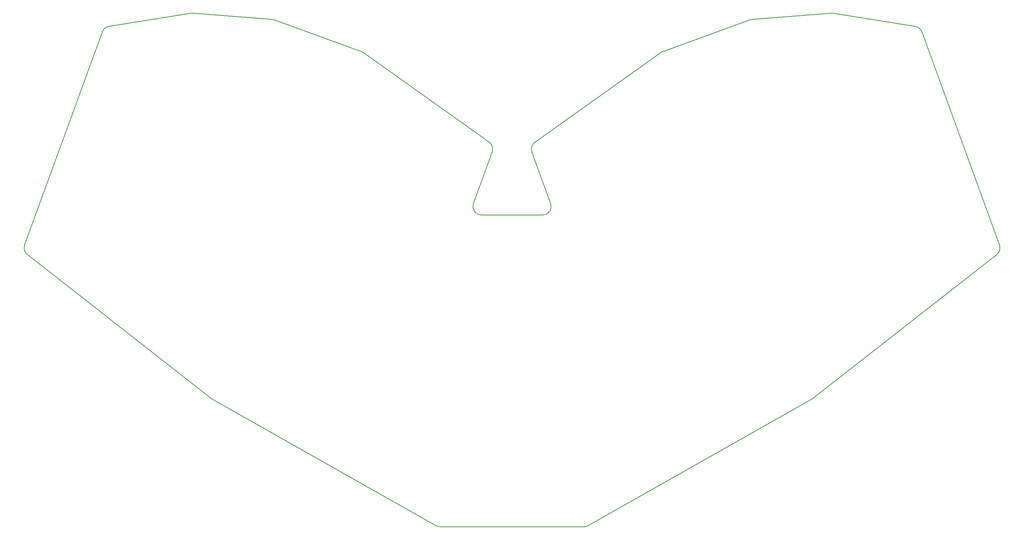
<source format=gbr>
%TF.GenerationSoftware,KiCad,Pcbnew,8.0.1*%
%TF.CreationDate,2024-04-14T13:59:04+09:00*%
%TF.ProjectId,lazyboy36,6c617a79-626f-4793-9336-2e6b69636164,v1.0.0*%
%TF.SameCoordinates,Original*%
%TF.FileFunction,Profile,NP*%
%FSLAX46Y46*%
G04 Gerber Fmt 4.6, Leading zero omitted, Abs format (unit mm)*
G04 Created by KiCad (PCBNEW 8.0.1) date 2024-04-14 13:59:04*
%MOMM*%
%LPD*%
G01*
G04 APERTURE LIST*
%TA.AperFunction,Profile*%
%ADD10C,0.150000*%
%TD*%
G04 APERTURE END LIST*
D10*
X172281505Y-199733552D02*
X139209959Y-199733569D01*
X248696971Y-84069590D02*
G75*
G02*
X250261621Y-85360614I-314671J-1975010D01*
G01*
X268174302Y-134575364D02*
G75*
G02*
X267529469Y-136832898I-1879402J-684036D01*
G01*
X61229873Y-85360620D02*
G75*
G02*
X62794493Y-84069578I1879427J-684080D01*
G01*
X86408051Y-170135950D02*
X43961993Y-136832894D01*
X148715516Y-127680992D02*
G75*
G02*
X146836037Y-124996922I-116J1999992D01*
G01*
X164655326Y-124996952D02*
X160337835Y-113134709D01*
X43961989Y-136832907D02*
G75*
G02*
X43317176Y-134575377I1234311J1573407D01*
G01*
X164655325Y-124996952D02*
G75*
G02*
X162775945Y-127680906I-1879425J-683948D01*
G01*
X121486698Y-90154963D02*
X150436340Y-110822924D01*
X62794494Y-84069583D02*
X81732724Y-81051557D01*
X139209959Y-199733569D02*
G75*
G02*
X138225233Y-199474321I41J1999969D01*
G01*
X138225225Y-199474335D02*
X86657867Y-170303232D01*
X160337835Y-113134709D02*
G75*
G02*
X161055132Y-110822934I1879465J684009D01*
G01*
X225083420Y-170135956D02*
G75*
G02*
X224833594Y-170303232I-1233920J1572656D01*
G01*
X81732723Y-81051559D02*
G75*
G02*
X82203564Y-81032744I314677J-1974041D01*
G01*
X224833597Y-170303237D02*
X173266240Y-199474324D01*
X211171656Y-82450852D02*
X229287919Y-81032741D01*
X250261594Y-85360624D02*
X268174315Y-134575372D01*
X86657867Y-170303231D02*
G75*
G02*
X86408055Y-170135945I985433J1741731D01*
G01*
X148715516Y-127680992D02*
X162775945Y-127680987D01*
X190004765Y-90154967D02*
G75*
G02*
X190482811Y-89903326I1162135J-1627833D01*
G01*
X229287919Y-81032746D02*
G75*
G02*
X229758737Y-81051549I156081J-1995754D01*
G01*
X150436340Y-110822924D02*
G75*
G02*
X151153652Y-113134722I-1162140J-1627776D01*
G01*
X173266240Y-199474324D02*
G75*
G02*
X172281505Y-199733571I-984740J1740624D01*
G01*
X267529475Y-136832906D02*
X225083420Y-170135956D01*
X151153631Y-113134714D02*
X146836129Y-124996956D01*
X82203564Y-81032743D02*
X100319806Y-82450853D01*
X161055121Y-110822919D02*
X190004764Y-90154966D01*
X100319806Y-82450853D02*
G75*
G02*
X100847768Y-82565358I-156006J-1993747D01*
G01*
X210643691Y-82565368D02*
G75*
G02*
X211171656Y-82450847I684009J-1879132D01*
G01*
X100847765Y-82565365D02*
X121008658Y-89903329D01*
X121008658Y-89903329D02*
G75*
G02*
X121486696Y-90154966I-684358J-1879971D01*
G01*
X229758736Y-81051555D02*
X248696954Y-84069589D01*
X190482812Y-89903329D02*
X210643691Y-82565368D01*
X43317168Y-134575374D02*
X61229869Y-85360621D01*
M02*

</source>
